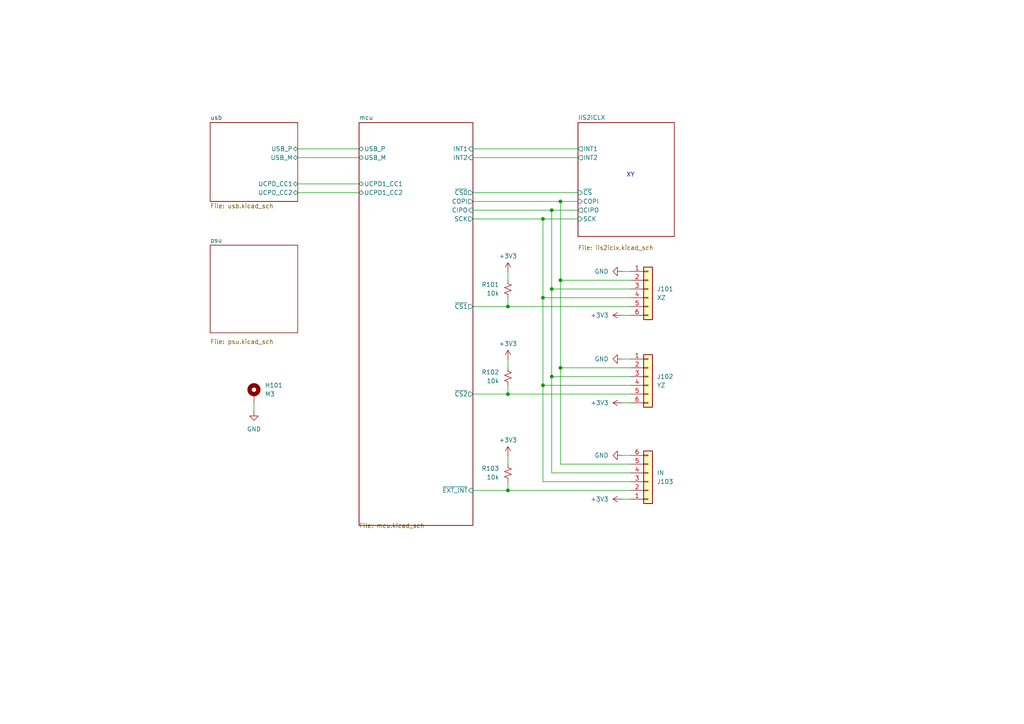
<source format=kicad_sch>
(kicad_sch (version 20231120) (generator "eeschema") (generator_version "8.0")
  (paper "A4")
  (lib_symbols
    (symbol "Connector_Generic:Conn_01x06" (pin_names (offset 1.016) hide)
      (property "Reference" "J" (at 0 7.62 0))
      (property "Value" "Conn_01x06" (at 0 -10.16 0))
      (symbol "Conn_01x06_1_1"
        (rectangle (start -1.27 -7.493) (end 0 -7.747) (stroke (width 0.1524)))
        (rectangle (start -1.27 -4.953) (end 0 -5.207) (stroke (width 0.1524)))
        (rectangle (start -1.27 -2.413) (end 0 -2.667) (stroke (width 0.1524)))
        (rectangle (start -1.27 0.127) (end 0 -0.127) (stroke (width 0.1524)))
        (rectangle (start -1.27 2.667) (end 0 2.413) (stroke (width 0.1524)))
        (rectangle (start -1.27 5.207) (end 0 4.953) (stroke (width 0.1524)))
        (rectangle (start -1.27 6.35) (end 1.27 -8.89) (stroke (width 0.254)) (fill (type background)))
        (pin passive line (at -5.08 5.08 0) (length 3.81) (name "Pin_1") (number "1"))
        (pin passive line (at -5.08 2.54 0) (length 3.81) (name "Pin_2") (number "2"))
        (pin passive line (at -5.08 0 0) (length 3.81) (name "Pin_3") (number "3"))
        (pin passive line (at -5.08 -2.54 0) (length 3.81) (name "Pin_4") (number "4"))
        (pin passive line (at -5.08 -5.08 0) (length 3.81) (name "Pin_5") (number "5"))
        (pin passive line (at -5.08 -7.62 0) (length 3.81) (name "Pin_6") (number "6"))
      )
    )
    (symbol "Device:R_Small_US" (pin_numbers hide) (pin_names (offset 0.254) hide)
      (property "Reference" "R" (at 0.762 0.508 0))
      (property "Value" "R_Small_US" (at 0.762 -1.016 0))
      (symbol "R_Small_US_1_1"
        (polyline (pts (xy 0 0) (xy 1.016 -0.381) (xy 0 -0.762) (xy -1.016 -1.143) (xy 0 -1.524)))
        (polyline (pts (xy 0 1.524) (xy 1.016 1.143) (xy 0 0.762) (xy -1.016 0.381) (xy 0 0)))
        (pin passive line (at 0 2.54 270) (length 1.016) (name "~") (number "1"))
        (pin passive line (at 0 -2.54 90) (length 1.016) (name "~") (number "2"))
      )
    )
    (symbol "Mechanical:MountingHole_Pad" (pin_numbers hide) (pin_names (offset 1.016) hide) (exclude_from_sim yes) (in_bom no)
      (property "Reference" "H" (at 0 6.35 0))
      (property "Value" "MountingHole_Pad" (at 0 4.445 0))
      (symbol "MountingHole_Pad_0_1"
        (circle (center 0 1.27) (radius 1.27) (stroke (width 1.27)))
      )
      (symbol "MountingHole_Pad_1_1"
        (pin input line (at 0 -2.54 90) (length 2.54) (name "1") (number "1"))
      )
    )
    (symbol "power:+3V3" (power) (pin_numbers hide) (pin_names (offset 0) hide)
      (property "Value" "+3V3" (at 0 3.556 0))
      (symbol "+3V3_0_1"
        (polyline (pts (xy -0.762 1.27) (xy 0 2.54)))
        (polyline (pts (xy 0 0) (xy 0 2.54)))
        (polyline (pts (xy 0 2.54) (xy 0.762 1.27)))
      )
      (symbol "+3V3_1_1"
        (pin power_in line (at 0 0 90) (length 0) (name "~") (number "1"))
      )
    )
    (symbol "power:GND" (power) (pin_numbers hide) (pin_names (offset 0) hide)
      (property "Value" "GND" (at 0 -3.81 0))
      (symbol "GND_0_1"
        (polyline (pts (xy 0 0) (xy 0 -1.27) (xy 1.27 -1.27) (xy 0 -2.54) (xy -1.27 -1.27) (xy 0 -1.27)))
      )
      (symbol "GND_1_1"
        (pin power_in line (at 0 0 270) (length 0) (name "~") (number "1"))
      )
    )
  )
  (junction (at 162.56 106.68))
  (junction (at 147.32 88.9))
  (junction (at 147.32 114.3))
  (junction (at 162.56 58.42))
  (junction (at 157.48 111.76))
  (junction (at 160.02 109.22))
  (junction (at 162.56 81.28))
  (junction (at 157.48 86.36))
  (junction (at 157.48 63.5))
  (junction (at 147.32 142.24))
  (junction (at 160.02 83.82))
  (junction (at 160.02 60.96))
  (wire (pts (xy 157.48 86.36) (xy 157.48 111.76)))
  (wire (pts (xy 137.16 142.24) (xy 147.32 142.24)))
  (wire (pts (xy 162.56 106.68) (xy 182.88 106.68)))
  (wire (pts (xy 180.34 104.14) (xy 182.88 104.14)))
  (wire (pts (xy 160.02 137.16) (xy 182.88 137.16)))
  (wire (pts (xy 147.32 142.24) (xy 182.88 142.24)))
  (wire (pts (xy 157.48 86.36) (xy 182.88 86.36)))
  (wire (pts (xy 147.32 78.74) (xy 147.32 81.28)))
  (wire (pts (xy 180.34 116.84) (xy 182.88 116.84)))
  (wire (pts (xy 162.56 81.28) (xy 162.56 106.68)))
  (wire (pts (xy 160.02 60.96) (xy 160.02 83.82)))
  (wire (pts (xy 86.36 45.72) (xy 104.14 45.72)))
  (wire (pts (xy 162.56 58.42) (xy 162.56 81.28)))
  (wire (pts (xy 180.34 78.74) (xy 182.88 78.74)))
  (wire (pts (xy 137.16 63.5) (xy 157.48 63.5)))
  (wire (pts (xy 86.36 53.34) (xy 104.14 53.34)))
  (wire (pts (xy 160.02 60.96) (xy 167.64 60.96)))
  (wire (pts (xy 180.34 91.44) (xy 182.88 91.44)))
  (wire (pts (xy 147.32 132.08) (xy 147.32 134.62)))
  (wire (pts (xy 137.16 114.3) (xy 147.32 114.3)))
  (wire (pts (xy 137.16 43.18) (xy 167.64 43.18)))
  (wire (pts (xy 162.56 106.68) (xy 162.56 134.62)))
  (wire (pts (xy 157.48 63.5) (xy 167.64 63.5)))
  (wire (pts (xy 147.32 139.7) (xy 147.32 142.24)))
  (wire (pts (xy 147.32 104.14) (xy 147.32 106.68)))
  (wire (pts (xy 73.66 116.84) (xy 73.66 119.38)))
  (wire (pts (xy 157.48 111.76) (xy 157.48 139.7)))
  (wire (pts (xy 137.16 55.88) (xy 167.64 55.88)))
  (wire (pts (xy 86.36 43.18) (xy 104.14 43.18)))
  (wire (pts (xy 180.34 144.78) (xy 182.88 144.78)))
  (wire (pts (xy 160.02 83.82) (xy 160.02 109.22)))
  (wire (pts (xy 147.32 86.36) (xy 147.32 88.9)))
  (wire (pts (xy 162.56 81.28) (xy 182.88 81.28)))
  (wire (pts (xy 147.32 111.76) (xy 147.32 114.3)))
  (wire (pts (xy 137.16 60.96) (xy 160.02 60.96)))
  (wire (pts (xy 137.16 88.9) (xy 147.32 88.9)))
  (wire (pts (xy 160.02 109.22) (xy 160.02 137.16)))
  (wire (pts (xy 86.36 55.88) (xy 104.14 55.88)))
  (wire (pts (xy 157.48 111.76) (xy 182.88 111.76)))
  (wire (pts (xy 137.16 45.72) (xy 167.64 45.72)))
  (wire (pts (xy 137.16 58.42) (xy 162.56 58.42)))
  (wire (pts (xy 157.48 63.5) (xy 157.48 86.36)))
  (wire (pts (xy 160.02 83.82) (xy 182.88 83.82)))
  (wire (pts (xy 147.32 114.3) (xy 182.88 114.3)))
  (wire (pts (xy 162.56 134.62) (xy 182.88 134.62)))
  (wire (pts (xy 162.56 58.42) (xy 167.64 58.42)))
  (wire (pts (xy 157.48 139.7) (xy 182.88 139.7)))
  (wire (pts (xy 147.32 88.9) (xy 182.88 88.9)))
  (wire (pts (xy 160.02 109.22) (xy 182.88 109.22)))
  (wire (pts (xy 180.34 132.08) (xy 182.88 132.08)))
  (text "XY" (at 182.88 50.8 0) (effects (font (size 1.27 1.27))))
  (symbol (lib_id "power:GND") (at 180.34 104.14 270) (unit 1)
    (property "Reference" "#PWR0105" (effects (hide yes)))
    (property "Value" "GND" (at 176.53 104.1399 90) (effects (justify right)))
    (property "Description" "Power symbol creates a global label with name \"GND\" , ground" (effects (hide yes)))
  )
  (symbol (lib_id "Connector_Generic:Conn_01x06") (at 187.96 109.22 0) (unit 1)
    (property "Reference" "J102" (at 190.5 109.2199 0) (effects (justify left)))
    (property "Value" "YZ" (at 190.5 111.7599 0) (effects (justify left)))
    (property "Footprint" "easyeda2kicad:FPC-SMD_6P-P0.50_XUNPU_FPC-05F-6PH20" (effects (hide yes)))
    (property "Description" "Generic connector, single row, 01x06, script generated (kicad-library-utils/schlib/autogen/connector/)" (effects (hide yes)))
    (property "LCSC ID" "C2856796" (effects (hide yes)))
  )
  (symbol (lib_id "power:GND") (at 180.34 78.74 270) (unit 1)
    (property "Reference" "#PWR0102" (effects (hide yes)))
    (property "Value" "GND" (at 176.53 78.7399 90) (effects (justify right)))
    (property "Description" "Power symbol creates a global label with name \"GND\" , ground" (effects (hide yes)))
  )
  (symbol (lib_id "Device:R_Small_US") (at 147.32 83.82 0) (unit 1)
    (property "Reference" "R101" (at 144.78 82.5499 0) (effects (justify right)))
    (property "Value" "10k" (at 144.78 85.0899 0) (effects (justify right)))
    (property "Footprint" "Resistor_SMD:R_0402_1005Metric" (effects (hide yes)))
    (property "Description" "Resistor, small US symbol" (effects (hide yes)))
    (property "LCSC ID" "C25744" (effects (hide yes)))
  )
  (symbol (lib_id "power:+3V3") (at 147.32 78.74 0) (unit 1)
    (property "Reference" "#PWR0101" (effects (hide yes)))
    (property "Value" "+3V3" (at 147.32 74.295 0))
    (property "Description" "Power symbol creates a global label with name \"+3V3\"" (effects (hide yes)))
  )
  (symbol (lib_id "power:GND") (at 73.66 119.38 0) (unit 1)
    (property "Reference" "#PWR0107" (effects (hide yes)))
    (property "Value" "GND" (at 73.66 124.46 0))
    (property "Description" "Power symbol creates a global label with name \"GND\" , ground" (effects (hide yes)))
  )
  (symbol (lib_id "Mechanical:MountingHole_Pad") (at 73.66 114.3 0) (unit 1) (exclude_from_sim yes) (in_bom no)
    (property "Reference" "H101" (at 76.835 111.7599 0) (effects (justify left)))
    (property "Value" "M3" (at 76.835 114.2999 0) (effects (justify left)))
    (property "Footprint" "MountingHole:MountingHole_3.2mm_M3_DIN965_Pad" (effects (hide yes)))
    (property "Description" "Mounting Hole with connection" (effects (hide yes)))
  )
  (symbol (lib_id "power:+3V3") (at 180.34 116.84 90) (unit 1)
    (property "Reference" "#PWR0106" (effects (hide yes)))
    (property "Value" "+3V3" (at 176.53 116.8399 90) (effects (justify left)))
    (property "Description" "Power symbol creates a global label with name \"+3V3\"" (effects (hide yes)))
  )
  (symbol (lib_id "power:+3V3") (at 180.34 91.44 90) (unit 1)
    (property "Reference" "#PWR0103" (effects (hide yes)))
    (property "Value" "+3V3" (at 176.53 91.4399 90) (effects (justify left)))
    (property "Description" "Power symbol creates a global label with name \"+3V3\"" (effects (hide yes)))
  )
  (symbol (lib_id "Connector_Generic:Conn_01x06") (at 187.96 83.82 0) (unit 1)
    (property "Reference" "J101" (at 190.5 83.8199 0) (effects (justify left)))
    (property "Value" "XZ" (at 190.5 86.3599 0) (effects (justify left)))
    (property "Footprint" "easyeda2kicad:FPC-SMD_6P-P0.50_XUNPU_FPC-05F-6PH20" (effects (hide yes)))
    (property "Description" "Generic connector, single row, 01x06, script generated (kicad-library-utils/schlib/autogen/connector/)" (effects (hide yes)))
    (property "LCSC ID" "C2856796" (effects (hide yes)))
  )
  (symbol (lib_id "Connector_Generic:Conn_01x06") (at 187.96 139.7 0) (mirror x) (unit 1)
    (property "Reference" "J103" (at 190.5 139.7001 0) (effects (justify left)))
    (property "Value" "IN" (at 190.5 137.1601 0) (effects (justify left)))
    (property "Footprint" "easyeda2kicad:FPC-SMD_6P-P0.50_XUNPU_FPC-05F-6PH20" (effects (hide yes)))
    (property "Description" "Generic connector, single row, 01x06, script generated (kicad-library-utils/schlib/autogen/connector/)" (effects (hide yes)))
    (property "LCSC ID" "C2856796" (effects (hide yes)))
  )
  (symbol (lib_id "power:+3V3") (at 147.32 132.08 0) (unit 1)
    (property "Reference" "#PWR0108" (effects (hide yes)))
    (property "Value" "+3V3" (at 147.32 127.635 0))
    (property "Description" "Power symbol creates a global label with name \"+3V3\"" (effects (hide yes)))
  )
  (symbol (lib_id "Device:R_Small_US") (at 147.32 137.16 0) (unit 1)
    (property "Reference" "R103" (at 144.78 135.8899 0) (effects (justify right)))
    (property "Value" "10k" (at 144.78 138.4299 0) (effects (justify right)))
    (property "Footprint" "Resistor_SMD:R_0402_1005Metric" (effects (hide yes)))
    (property "Description" "Resistor, small US symbol" (effects (hide yes)))
    (property "LCSC ID" "C25744" (effects (hide yes)))
  )
  (symbol (lib_id "power:+3V3") (at 147.32 104.14 0) (unit 1)
    (property "Reference" "#PWR0104" (effects (hide yes)))
    (property "Value" "+3V3" (at 147.32 99.695 0))
    (property "Description" "Power symbol creates a global label with name \"+3V3\"" (effects (hide yes)))
  )
  (symbol (lib_id "power:GND") (at 180.34 132.08 270) (unit 1)
    (property "Reference" "#PWR0109" (effects (hide yes)))
    (property "Value" "GND" (at 176.53 132.0799 90) (effects (justify right)))
    (property "Description" "Power symbol creates a global label with name \"GND\" , ground" (effects (hide yes)))
  )
  (symbol (lib_id "Device:R_Small_US") (at 147.32 109.22 0) (unit 1)
    (property "Reference" "R102" (at 144.78 107.9499 0) (effects (justify right)))
    (property "Value" "10k" (at 144.78 110.4899 0) (effects (justify right)))
    (property "Footprint" "Resistor_SMD:R_0402_1005Metric" (effects (hide yes)))
    (property "Description" "Resistor, small US symbol" (effects (hide yes)))
    (property "LCSC ID" "C25744" (effects (hide yes)))
  )
  (symbol (lib_id "power:+3V3") (at 180.34 144.78 90) (unit 1)
    (property "Reference" "#PWR0110" (effects (hide yes)))
    (property "Value" "+3V3" (at 176.53 144.7799 90) (effects (justify left)))
    (property "Description" "Power symbol creates a global label with name \"+3V3\"" (effects (hide yes)))
  )
  (sheet (at 167.64 35.56) (size 27.94 33.02) (stroke (width 0.1524))
    (property "Sheetname" "IIS2ICLX" (at 167.64 34.8484 0) (effects (justify left bottom)))
    (property "Sheetfile" "iis2iclx.kicad_sch" (at 167.64 71.12 0) (effects (justify left top)))
    (pin "SCK" input (at 167.64 63.5 180))
    (pin "~{CS}" input (at 167.64 55.88 180))
    (pin "COPI" input (at 167.64 58.42 180))
    (pin "CIPO" output (at 167.64 60.96 180))
    (pin "INT1" output (at 167.64 43.18 180))
    (pin "INT2" output (at 167.64 45.72 180))
  )
  (sheet (at 60.96 71.12) (size 25.4 25.4) (stroke (width 0.1524))
    (property "Sheetname" "psu" (at 60.96 70.4084 0) (effects (justify left bottom)))
    (property "Sheetfile" "psu.kicad_sch" (at 60.96 98.3746 0) (effects (justify left top)))
  )
  (sheet (at 104.14 35.56) (size 33.02 116.84) (stroke (width 0.1524))
    (property "Sheetname" "mcu" (at 104.14 34.8484 0) (effects (justify left bottom)))
    (property "Sheetfile" "mcu.kicad_sch" (at 104.14 151.7146 0) (effects (justify left top)))
    (pin "UCPD1_CC2" bidirectional (at 104.14 55.88 180))
    (pin "UCPD1_CC1" bidirectional (at 104.14 53.34 180))
    (pin "USB_M" bidirectional (at 104.14 45.72 180))
    (pin "USB_P" bidirectional (at 104.14 43.18 180))
    (pin "INT2" input (at 137.16 45.72 0))
    (pin "INT1" input (at 137.16 43.18 0))
    (pin "COPI" output (at 137.16 58.42 0))
    (pin "CIPO" input (at 137.16 60.96 0))
    (pin "~{CS0}" output (at 137.16 55.88 0))
    (pin "~{CS1}" output (at 137.16 88.9 0))
    (pin "~{CS2}" output (at 137.16 114.3 0))
    (pin "SCK" output (at 137.16 63.5 0))
    (pin "~{EXT_INT}" input (at 137.16 142.24 0))
  )
  (sheet (at 60.96 35.56) (size 25.4 22.86) (stroke (width 0.1524))
    (property "Sheetname" "usb" (at 60.96 34.8484 0) (effects (justify left bottom)))
    (property "Sheetfile" "usb.kicad_sch" (at 60.96 59.0046 0) (effects (justify left top)))
    (pin "USB_M" bidirectional (at 86.36 45.72 0))
    (pin "UCPD_CC2" bidirectional (at 86.36 55.88 0))
    (pin "UCPD_CC1" bidirectional (at 86.36 53.34 0))
    (pin "USB_P" bidirectional (at 86.36 43.18 0))
  )
)
</source>
